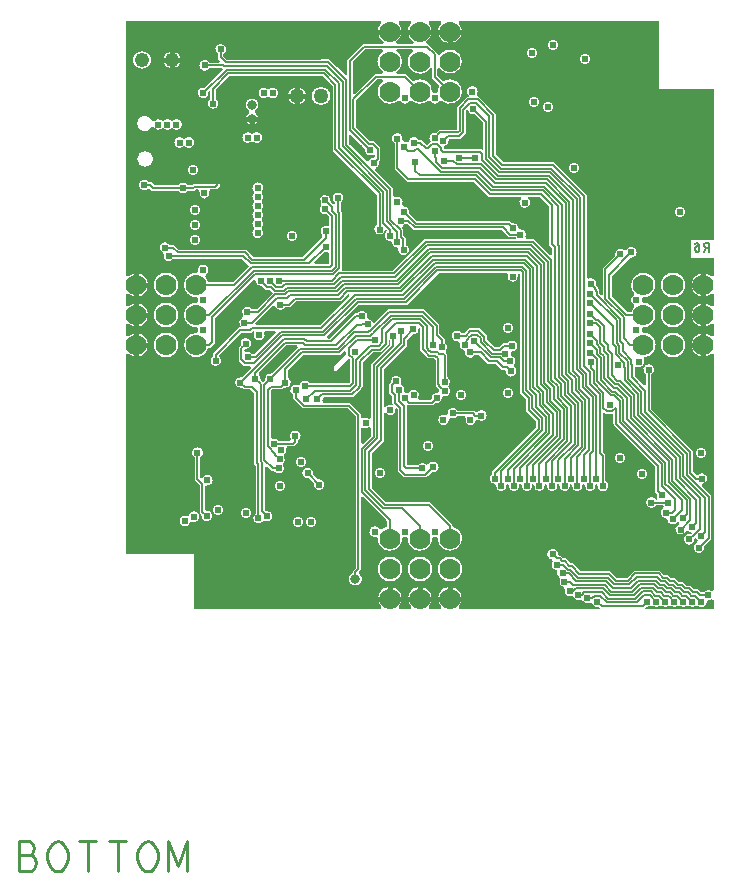
<source format=gbl>
G04 ================== begin FILE IDENTIFICATION RECORD ==================*
G04 Layout Name:  E:/git/clay/Circuit/R6/allegro/CLAYR6.brd*
G04 Film Name:    BOTTOM*
G04 File Format:  Gerber RS274X*
G04 File Origin:  Cadence Allegro 16.6-P004*
G04 Origin Date:  Mon Dec 14 04:52:40 2015*
G04 *
G04 Layer:  ETCH/BOTTOM*
G04 Layer:  PIN/BOTTOM*
G04 Layer:  VIA CLASS/BOTTOM*
G04 *
G04 Offset:    (0.00 0.00)*
G04 Mirror:    No*
G04 Mode:      Positive*
G04 Rotation:  0*
G04 FullContactRelief:  No*
G04 UndefLineWidth:     0.00*
G04 ================== end FILE IDENTIFICATION RECORD ====================*
%FSLAX25Y25*MOIN*%
%IR0*IPPOS*OFA0.00000B0.00000*MIA0B0*SFA1.00000B1.00000*%
%ADD14C,.05*%
%ADD13C,.032*%
%ADD10C,.024*%
%ADD11C,.07*%
%ADD12C,.048*%
%ADD15C,.01*%
%ADD16C,.016*%
%ADD17C,.006*%
%ADD21C,.06004*%
%ADD19C,.05204*%
%ADD23C,.06204*%
%ADD22C,.03604*%
%ADD18C,.08204*%
%ADD20C,.05804*%
G75*
%LPD*%
G75*
G36*
G01X-75398Y-97999D02*
Y-79798D01*
X-97999D01*
Y-13126D01*
G02X-97317Y-12842I400J0D01*
G03Y-7158I2817J2842D01*
G02X-97999Y-6874I-282J284D01*
G01Y-3126D01*
G02X-97317Y-2842I400J0D01*
G03Y2842I2817J2842D01*
G02X-97999Y3126I-282J284D01*
G01Y6874D01*
G02X-97317Y7158I400J0D01*
G03Y12842I2817J2842D01*
G02X-97999Y13126I-282J284D01*
G01Y97999D01*
X-13126D01*
G02X-12842Y97317I0J-400D01*
G03X-12170Y91138I2842J-2817D01*
G02X-12387Y90402I-217J-336D01*
G01X-18873D01*
X-24202Y85073D01*
Y80242D01*
G02X-24884Y79959I-400J0D01*
G01X-30127Y85202D01*
X-32873D01*
X-32973Y85102D01*
X-64327D01*
X-65466Y86240D01*
Y87007D01*
G03X-67269I-901J1560D01*
G01Y85494D01*
X-66559Y84784D01*
G02X-66842Y84102I-283J-282D01*
G01X-70140D01*
G03Y82298I-1560J-902D01*
G01X-65773D01*
X-65463Y81988D01*
X-71720Y75731D01*
X-71825Y75753D01*
G03X-70423Y74351I-363J-1765D01*
G01X-70445Y74456D01*
X-70143Y74758D01*
G02X-69801Y74617I142J-141D01*
G01Y72060D01*
G03X-67998I901J-1560D01*
G01Y75127D01*
X-63512Y79614D01*
X-32388D01*
X-29002Y76227D01*
Y54829D01*
X-14302Y40129D01*
Y30060D01*
G03X-11603Y28362I902J-1560D01*
G01X-11598Y28435D01*
X-11404Y28629D01*
X-11092Y28318D01*
G02X-11107Y27738I-283J-283D01*
G03X-9818Y24600I1207J-1338D01*
G02X-9400Y24218I18J-400D01*
G03X-7572Y22498I1800J82D01*
G02X-7172Y22026I7J-400D01*
G03X-4598Y23314I1772J-326D01*
G01Y25543D01*
X-5498Y26443D01*
Y28773D01*
X-5789Y29063D01*
G02X-5650Y29719I283J283D01*
G03X-4740Y30498I-650J1681D01*
G01X-4271D01*
X-2071Y28298D01*
X27364D01*
X29764Y25898D01*
X31983D01*
G03X32100Y25721I1559J903D01*
G02X31939Y25402I-161J-119D01*
G01X1543D01*
X-9096Y14762D01*
X-25884D01*
G02X-26025Y15104I0J200D01*
G01X-25898Y15231D01*
Y34292D01*
X-26368Y34761D01*
Y37470D01*
G03X-28170I-901J1560D01*
G01Y37201D01*
G02X-28853Y36918I-400J0D01*
G01X-29752Y37817D01*
X-29730Y37922D01*
G03X-32841Y37087I-1765J363D01*
G02X-32853Y36542I-299J-266D01*
G03X-31199Y33520I1291J-1257D01*
G01X-31094Y33542D01*
X-30102Y32550D01*
Y29942D01*
G02X-30650Y29571I-400J0D01*
G03X-32484Y26522I-670J-1673D01*
G02X-32459Y25934I-258J-305D01*
G01X-39091Y19302D01*
X-55429D01*
X-57929Y21802D01*
X-80327D01*
X-81927Y23402D01*
X-83440D01*
G03X-85634Y20813I-1560J-902D01*
G02X-85398Y20305I-141J-374D01*
G03X-82140Y18798I1697J-606D01*
G01X-59173D01*
X-56774Y16399D01*
X-62271Y10902D01*
X-70495D01*
X-70535Y11050D01*
G03X-71479Y12775I-3965J-1049D01*
G02X-71369Y13401I294J271D01*
G03X-73955Y14590I-831J1599D01*
G02X-74358Y14100I-389J-91D01*
G03Y5900I-142J-4100D01*
G02X-73955Y5410I14J-399D01*
G03Y4590I1755J-410D01*
G02X-74358Y4100I-389J-91D01*
G03Y-4100I-142J-4100D01*
G02X-73955Y-4590I14J-399D01*
G03Y-5410I1755J-410D01*
G02X-74358Y-5900I-389J-91D01*
G03X-70535Y-11050I-142J-4100D01*
G01X-70495Y-10902D01*
X-69827D01*
X-68198Y-9273D01*
Y-971D01*
X-55485Y11742D01*
G02X-54802Y11460I283J-283D01*
G03X-52637Y9696I1802J1D01*
G01X-52532Y9718D01*
X-51958Y9144D01*
X-51889D01*
X-51243Y8498D01*
X-49971D01*
X-48874Y7401D01*
X-54373Y1902D01*
X-55940D01*
G03X-58884Y-153I-1560J-901D01*
G02X-59066Y-789I-307J-256D01*
G03X-59789Y-3759I566J-1711D01*
G01X-59733Y-3817D01*
Y-4098D01*
X-60173D01*
X-68902Y-12827D01*
Y-13640D01*
G03X-66793Y-13862I902J-1560D01*
G02X-66808Y-13282I268J297D01*
G01X-59427Y-5902D01*
X-56127D01*
X-55527Y-5302D01*
X-55436D01*
G02X-55085Y-5892I0J-400D01*
G03X-51915I1585J-858D01*
G02X-51564Y-5301I351J191D01*
G01X-48238D01*
G02X-47955Y-5984I0J-400D01*
G01X-55069Y-13098D01*
X-55790D01*
G03X-58044Y-12337I-1560J-902D01*
G02X-58598Y-11968I-154J369D01*
G01Y-11693D01*
G02X-58162Y-11295I400J0D01*
G03X-59765Y-9863I162J1795D01*
G01X-59743Y-9968D01*
X-60402Y-10627D01*
Y-15193D01*
X-58593Y-17002D01*
X-56542D01*
G02X-56259Y-17684I0J-400D01*
G01X-59332Y-20757D01*
X-59437Y-20735D01*
G03Y-24265I-363J-1765D01*
G01X-59332Y-24243D01*
X-58758Y-24816D01*
X-56458D01*
X-55152Y-26122D01*
Y-49698D01*
X-54672Y-50179D01*
Y-66210D01*
G03X-52268Y-68766I902J-1560D01*
G02X-51729Y-68644I333J-221D01*
G03X-51163Y-65335I929J1544D01*
G01X-51268Y-65357D01*
X-51668Y-64957D01*
Y-50752D01*
G02X-50986Y-50469I400J0D01*
G01X-49413Y-52042D01*
X-48600D01*
G03X-45610Y-50044I1560J901D01*
G02X-45557Y-49501I318J243D01*
G03X-45304Y-47074I-1193J1351D01*
G02X-45204Y-46502I321J239D01*
G03X-44512Y-44370I-996J1502D01*
G02X-44137Y-43830I375J140D01*
G01X-41806D01*
X-40598Y-42623D01*
Y-41810D01*
G03X-42906Y-41377I-902J1560D01*
G02X-43218Y-42028I-312J-251D01*
G01X-44928D01*
X-44957Y-41998D01*
X-47008D01*
G03X-49204Y-41250I-1543J-931D01*
G02X-49750Y-40877I-146J373D01*
G01Y-25390D01*
X-49176Y-24816D01*
X-45842D01*
X-45268Y-24243D01*
X-45163Y-24265D01*
G03X-43898Y-20940I363J1765D01*
G01Y-18267D01*
X-38948Y-13316D01*
X-26446D01*
X-25184Y-12055D01*
G02X-24502Y-12338I282J-283D01*
G01Y-13070D01*
X-28699Y-17267D01*
Y-18558D01*
G03X-28016Y-18841I400J0D01*
G01X-23610Y-14435D01*
X-23272Y-14773D01*
Y-22297D01*
X-23673Y-22698D01*
X-36740D01*
G03X-40058Y-23203I-1560J-902D01*
G02X-40621Y-23475I-390J88D01*
G03X-42302Y-26660I-779J-1625D01*
G01Y-27879D01*
X-39079Y-31102D01*
X-24054D01*
X-21402Y-33754D01*
Y-84227D01*
X-22402Y-85227D01*
Y-85991D01*
G03X-20198Y-86224I902J-2009D01*
G02X-20244Y-85619I237J322D01*
G01X-19598Y-84973D01*
Y-60842D01*
G02X-18916Y-60559I400J0D01*
G01X-10902Y-68573D01*
Y-70495D01*
X-11050Y-70535D01*
G03X-12775Y-71479I1049J-3965D01*
G02X-13401Y-71369I-271J294D01*
G03X-14590Y-73955I-1599J-831D01*
G02X-14100Y-74358I91J-389D01*
G03X-5900I4100J-142D01*
G02X-5410Y-73955I399J14D01*
G03X-4590I410J1755D01*
G02X-4100Y-74358I91J-389D01*
G03X4100I4100J-142D01*
G02X4590Y-73955I399J14D01*
G03X5410I410J1755D01*
G02X5900Y-74358I91J-389D01*
G03X11050Y-70535I4100J-142D01*
G01X10902Y-70495D01*
Y-69827D01*
X3375Y-62300D01*
X-11229D01*
X-15998Y-57531D01*
Y-45969D01*
X-11998Y-41969D01*
Y-32870D01*
G02X-11272Y-32640I400J-1D01*
G03X-8067Y-31106I1472J1040D01*
G01X-8099Y-30993D01*
X-7875Y-30768D01*
X-7402Y-31241D01*
Y-52073D01*
X-5373Y-54102D01*
X2243D01*
X2543Y-53802D01*
X2573D01*
X4032Y-52343D01*
X4137Y-52365D01*
G03X2888Y-49794I363J1765D01*
G02X2222Y-49870I-358J179D01*
G03X-728Y-50116I-1390J-1147D01*
G01X-4327D01*
X-4398Y-50044D01*
Y-30059D01*
G02X-4057Y-29918I200J0D01*
G01X-3858Y-30116D01*
X4458D01*
X5132Y-29443D01*
X5237Y-29465D01*
G03X7397Y-27572I363J1765D01*
G02X7888Y-27154I399J28D01*
G03X9564Y-24115I412J1754D01*
G02X9560Y-23548I280J285D01*
G03X9181Y-20720I-1280J1268D01*
G01Y-13007D01*
X8693Y-12518D01*
G02X8683Y-11964I283J282D01*
G03X8262Y-9179I-1322J1224D01*
G01Y-8088D01*
X6532Y-6357D01*
Y-3159D01*
X1471Y1902D01*
X-10570D01*
X-15096Y-2623D01*
G02X-15750Y-2490I-283J283D01*
G03X-17219Y-1371I-1672J-672D01*
G02X-17560Y-870I45J397D01*
G03X-20860Y502I-1740J470D01*
G01X-21673D01*
X-30073Y-7899D01*
X-30658D01*
G02X-30941Y-7216I0J400D01*
G01X-20366Y3360D01*
X-4366D01*
X6273Y13998D01*
X28948D01*
G02X29321Y13453I0J-400D01*
G03X32679I1679J-653D01*
G02X33052Y13998I373J145D01*
G01X33227D01*
X33398Y13827D01*
Y-25937D01*
X35410Y-27949D01*
Y-31939D01*
X38698Y-35227D01*
Y-37627D01*
X24198Y-52127D01*
Y-52940D01*
G03X25033Y-56301I902J-1560D01*
G02X25415Y-56755I-14J-400D01*
G03X28944Y-56546I1785J-245D01*
G02X29154Y-56296I193J51D01*
G03X29233Y-56301I153J1796D01*
G02X29615Y-56755I-14J-400D01*
G03X33144Y-56546I1785J-245D01*
G02X33354Y-56296I193J51D01*
G03X33515Y-56302I148J1796D01*
G02X33915Y-56756I4J-400D01*
G03X37444Y-56546I1785J-244D01*
G02X37654Y-56296I193J51D01*
G03X37733Y-56301I153J1796D01*
G02X38115Y-56755I-14J-400D01*
G03X41644Y-56546I1785J-245D01*
G02X41854Y-56296I193J51D01*
G03X41933Y-56301I153J1796D01*
G02X42315Y-56755I-14J-400D01*
G03X45844Y-56546I1785J-245D01*
G02X46054Y-56296I193J51D01*
G03X46133Y-56301I153J1796D01*
G02X46515Y-56755I-14J-400D01*
G03X50044Y-56546I1785J-245D01*
G02X50254Y-56296I193J51D01*
G03X50333Y-56301I153J1796D01*
G02X50715Y-56755I-14J-400D01*
G03X54252Y-56577I1785J-245D01*
G02X54471Y-56331I194J48D01*
G03X54629Y-56345I238J1786D01*
G02X55010Y-56791I-16J-399D01*
G03X58544Y-56546I1790J-209D01*
G02X58754Y-56296I193J51D01*
G03X58833Y-56301I153J1796D01*
G02X59215Y-56755I-14J-400D01*
G03X61902Y-55440I1785J-245D01*
G01Y-46627D01*
X61002Y-45727D01*
Y-32912D01*
G02X61684Y-32629I400J0D01*
G01X62057Y-33002D01*
X64498D01*
Y-36369D01*
X64598Y-36469D01*
Y-36673D01*
X78484Y-50558D01*
Y-59058D01*
X79057Y-59632D01*
X79035Y-59737D01*
G03X79238Y-60999I1765J-363D01*
G02X78892Y-61598I-347J-199D01*
G01X78764D01*
X78705Y-61509D01*
G03X78760Y-63402I-1505J-991D01*
G01X81040D01*
G03X81281Y-63727I1559J904D01*
G02X81190Y-64345I-293J-273D01*
G03X82098Y-67702I910J-1555D01*
G02X82498Y-68102I0J-400D01*
G03X85758Y-69159I1802J2D01*
G02X86357Y-69105I323J-236D01*
G03X86421Y-69163I1242J1306D01*
G02X86312Y-69835I-262J-302D01*
G03X88710Y-72069I688J-1665D01*
G02X89391Y-71933I379J-127D01*
G03X90398Y-72517I1359J1183D01*
G01X90457Y-72529D01*
X90642Y-72713D01*
X90283Y-73072D01*
X90178Y-73050D01*
G03X91580Y-74452I-363J-1765D01*
G01X91558Y-74347D01*
X91858Y-74046D01*
X92037Y-74225D01*
X92051Y-74275D01*
G03X92602Y-75144I1734J490D01*
G02X92466Y-75825I-263J-302D01*
G03X94800Y-77172I569J-1710D01*
G01X94778Y-77067D01*
X97216Y-74628D01*
Y-60152D01*
X94028Y-56963D01*
G02X94254Y-56284I283J283D01*
G03X92658Y-53298I-254J1784D01*
G02X92077Y-53314I-298J267D01*
G01X91102Y-52339D01*
Y-45345D01*
X77202Y-31445D01*
Y-19760D01*
G03X75398I-902J1560D01*
G01Y-23264D01*
G02X74716Y-23547I-400J0D01*
G01X71602Y-20433D01*
Y-17563D01*
G02X72183Y-17206I400J1D01*
G03X74554Y-14687I817J1606D01*
G02X74863Y-14086I345J203D01*
G03X74358Y-5900I-363J4086D01*
G02X73955Y-5410I-14J399D01*
G03Y-4590I-1755J410D01*
G02X74358Y-4100I389J91D01*
G03Y4100I142J4100D01*
G02X73955Y4590I-14J399D01*
G03Y5410I-1755J410D01*
G02X74358Y5900I389J91D01*
G03X71479Y7225I142J4100D01*
G02X71369Y6599I-294J-271D01*
G03Y3401I831J-1599D01*
G02X71479Y2775I-184J-355D01*
G03X70535Y1050I3021J-2774D01*
G01X70495Y902D01*
X69267D01*
X64002Y6167D01*
Y13127D01*
X70024Y19149D01*
X70129Y19127D01*
G03X68857Y21650I363J1765D01*
G02X68205Y21543I-362J169D01*
G03X65135Y19937I-1305J-1243D01*
G01X65157Y19832D01*
X60998Y15673D01*
Y6740D01*
G02X60316Y6457I-400J0D01*
G01X59866Y6906D01*
Y8178D01*
X59790Y8254D01*
Y8762D01*
X59440Y9113D01*
Y9267D01*
X59316Y9390D01*
Y9458D01*
X58743Y10032D01*
X58765Y10137D01*
G03X56183Y12106I-1765J363D01*
G02X55602Y12463I-181J356D01*
G01Y40073D01*
X44773Y50902D01*
X27903D01*
X25332Y53473D01*
Y67141D01*
X19671Y72802D01*
X19278D01*
G02X18955Y73437I0J400D01*
G03X16305Y73151I-1455J1063D01*
G01X16372Y73091D01*
Y72802D01*
X15829D01*
X12398Y69371D01*
Y61873D01*
X12327Y61802D01*
X6527D01*
X5468Y60743D01*
X5363Y60765D01*
G03X3587Y57882I-363J-1765D01*
G01X3697Y57742D01*
X2527Y56572D01*
X2303D01*
X473Y58402D01*
X-440D01*
G03X-3782Y57771I-1560J-902D01*
G02X-4399Y57498I-395J60D01*
G03X-5384Y57802I-1002J-1498D01*
G02X-5766Y58311I3J400D01*
G03X-8402Y57240I-1734J489D01*
G01Y48627D01*
X-4273Y44498D01*
X18029D01*
X23029Y39498D01*
X33486D01*
G02X33761Y38808I0J-400D01*
G03X36239I1239J-1308D01*
G02X36514Y39498I275J290D01*
G01X40043D01*
X43198Y36343D01*
Y23225D01*
X44198Y22225D01*
Y20126D01*
G02X43516Y19843I-400J0D01*
G01X37957Y25402D01*
X35506D01*
G02X35149Y25983I-1J400D01*
G03X33426Y28598I-1606J817D01*
G02X33000Y28980I-26J399D01*
G03X30837Y30665I-1800J-80D01*
G01X30732Y30643D01*
X30073Y31302D01*
X-827D01*
X-3557Y34032D01*
X-3535Y34137D01*
G03X-5500Y36291I-1765J363D01*
G02X-5899Y36872I-44J397D01*
G03X-8317Y39306I-1601J828D01*
G02X-8898Y39663I-181J356D01*
G01Y42373D01*
X-14812Y48286D01*
G02X-14690Y48935I283J283D01*
G03X-13650Y50948I-725J1650D01*
G01X-13672Y51053D01*
X-13098Y51627D01*
Y55843D01*
X-15257Y58002D01*
X-16529D01*
X-21198Y62671D01*
Y71535D01*
X-14123Y78598D01*
X-12567D01*
G02X-12339Y77870I0J-400D01*
G03X-7225Y71479I2339J-3370D01*
G02X-6599Y71369I271J-294D01*
G03X-3401I1599J831D01*
G02X-2775Y71479I355J-184D01*
G03X2775I2775J3021D01*
G02X3401Y71369I271J-294D01*
G03X6599I1599J831D01*
G02X7225Y71479I355J-184D01*
G03X7939Y78047I2775J3021D01*
G01X7806Y77969D01*
X5902Y79873D01*
Y81933D01*
G02X6630Y82161I400J0D01*
G03Y86839I3370J2339D01*
G02X5902Y87067I-328J228D01*
G01Y87374D01*
X2874Y90402D01*
X2387D01*
G02X2170Y91138I0J400D01*
G03X2842Y97317I-2170J3362D01*
G02X3126Y97999I284J282D01*
G01X6874D01*
G02X7158Y97317I0J-400D01*
G03X12842I2842J-2817D01*
G02X13126Y97999I284J282D01*
G01X79798D01*
Y75398D01*
X97999D01*
Y25002D01*
X90398D01*
Y19066D01*
X97999D01*
Y13126D01*
G02X97317Y12842I-400J0D01*
G03Y7158I-2817J-2842D01*
G02X97999Y6874I282J-284D01*
G01Y3126D01*
G02X97317Y2842I-400J0D01*
G03Y-2842I-2817J-2842D01*
G02X97999Y-3126I282J-284D01*
G01Y-6874D01*
G02X97317Y-7158I-400J0D01*
G03Y-12842I-2817J-2842D01*
G02X97999Y-13126I282J-284D01*
G01Y-91700D01*
G02X97345Y-92009I-400J0D01*
G03X94639Y-92498I-1146J-1391D01*
G01X93873D01*
X92773Y-91398D01*
X91369D01*
X90169Y-90198D01*
X88867D01*
X87667Y-88998D01*
X86365D01*
X85165Y-87798D01*
X83863D01*
X82663Y-86598D01*
X81361D01*
X79961Y-85198D01*
X71433D01*
X68933Y-87698D01*
X65767D01*
X63467Y-85398D01*
X53594D01*
X50957Y-82762D01*
X50229D01*
X48632Y-81164D01*
X47877D01*
X46977Y-80264D01*
X46482D01*
G02X46083Y-79844I0J400D01*
G03X44037Y-81536I-1800J93D01*
G02X44300Y-82175I-55J-396D01*
G03X45520Y-85055I1434J-1091D01*
G02X45857Y-85563I-48J-397D01*
G03X46547Y-87534I1731J-500D01*
G02X46658Y-88067I-231J-326D01*
G03X47998Y-90791I1542J-933D01*
G02X48325Y-91336I-45J-397D01*
G03X50703Y-93659I1675J-664D01*
G02X51230Y-93877I156J-368D01*
G03X53603Y-94859I1670J677D01*
G02X54130Y-95077I156J-368D01*
G03X56847Y-95867I1670J677D01*
G02X57464Y-96085I232J-325D01*
G03X59563Y-97365I1736J485D01*
G01X59668Y-97343D01*
X59983Y-97658D01*
G02X59841Y-97999I-142J-141D01*
G01X13126D01*
G02X12842Y-97317I0J400D01*
G03X7158I-2842J2817D01*
G02X6874Y-97999I-284J-282D01*
G01X3126D01*
G02X2842Y-97317I0J400D01*
G03X-2842I-2842J2817D01*
G02X-3126Y-97999I-284J-282D01*
G01X-6874D01*
G02X-7158Y-97317I0J400D01*
G03X-12842I-2842J2817D01*
G02X-13126Y-97999I-284J-282D01*
G01X-75398D01*
G37*
G36*
G01X-51545Y-21666D02*
X-52302Y-22423D01*
X-53057Y-21668D01*
X-53035Y-21563D01*
G03X-53593Y-19862I-1765J363D01*
G02X-53608Y-19282I268J297D01*
G01X-44427Y-10102D01*
X-40946D01*
G02X-40663Y-10784I0J-400D01*
G01X-49334Y-19455D01*
X-49439Y-19433D01*
G03X-51567Y-21561I-363J-1765D01*
G01X-51545Y-21666D01*
G37*
G36*
G01X-54843Y-2816D02*
X-48888Y3139D01*
G02X-48223Y2973I283J-283D01*
G03X-44940Y2598I1723J527D01*
G01X-43231D01*
X-41231Y4598D01*
X-26343D01*
X-23982Y6960D01*
X-23677D01*
G02X-23394Y6277I0J-400D01*
G01X-33169Y-3498D01*
X-54560D01*
G02X-54843Y-2816I0J400D01*
G37*
G36*
G01X-18916Y-42941D02*
G02X-19598Y-42658I-282J283D01*
G01Y-37890D01*
G02X-18993Y-37547I400J0D01*
G03X-16868Y-37343I924J1547D01*
G02X-16202Y-37642I266J-299D01*
G01Y-40227D01*
X-18916Y-42941D01*
G37*
G36*
G01X-16868Y-34657D02*
G03X-18993Y-34453I-1201J-1343D01*
G02X-19598Y-34110I-205J343D01*
G01Y-33008D01*
X-23308Y-29298D01*
X-32139D01*
G02X-32495Y-28717I0J400D01*
G03X-32305Y-27749I-1606J818D01*
G02X-31907Y-27316I398J33D01*
G01X-22244D01*
X-19498Y-24571D01*
Y-24469D01*
X-19068Y-24039D01*
Y-15811D01*
X-15659Y-12402D01*
X-12859D01*
X-10398Y-9941D01*
Y-8417D01*
G02X-10073Y-8261I200J0D01*
G03X-9842Y-8420I1134J1400D01*
G01Y-9969D01*
X-16202Y-16329D01*
Y-34358D01*
G02X-16868Y-34657I-400J0D01*
G37*
G36*
G01X-35141Y17584D02*
X-31868Y20857D01*
X-31763Y20835D01*
G03X-30665Y20955I363J1765D01*
G02X-30102Y20590I163J-365D01*
G01Y16973D01*
X-30173Y16901D01*
X-34858D01*
G02X-35141Y17584I0J400D01*
G37*
G36*
G01X-22916Y60141D02*
X-18243Y55468D01*
X-18265Y55363D01*
G03X-15519Y53488I1765J-363D01*
G02X-14902Y53153I217J-335D01*
G01Y52784D01*
G02X-15322Y52385I-400J0D01*
G03X-17065Y51310I-93J-1800D01*
G02X-17714Y51188I-366J161D01*
G01X-23598Y57073D01*
Y59858D01*
G02X-22916Y60141I400J0D01*
G37*
G36*
G01X-22398Y73849D02*
Y84327D01*
X-18127Y88598D01*
X-12567D01*
G02X-12339Y87870I0J-400D01*
G03Y81130I2339J-3370D01*
G02X-12567Y80402I-228J-328D01*
G01X-14869D01*
X-21716Y73566D01*
G02X-22398Y73849I-282J283D01*
G37*
G36*
G01X-11998Y-30330D02*
Y-18071D01*
X-4250Y-10322D01*
Y-8224D01*
X-2568Y-6543D01*
X-2463Y-6565D01*
G03X-331Y-4457I363J1765D01*
G01X-351Y-4353D01*
X-135Y-4136D01*
X184Y-4454D01*
Y-10154D01*
X228Y-10199D01*
Y-11838D01*
X698Y-12308D01*
Y-12371D01*
X2729Y-14402D01*
X4827D01*
X5278Y-14853D01*
Y-23523D01*
X5984Y-24228D01*
Y-24358D01*
X6557Y-24932D01*
X6535Y-25037D01*
G03X6503Y-25528I1765J-362D01*
G02X6012Y-25946I-399J-28D01*
G03X3835Y-28063I-412J-1754D01*
G01X3857Y-28168D01*
X3712Y-28314D01*
X-221D01*
G02X-558Y-27698I0J400D01*
G03X-3697Y-25940I-1517J972D01*
G02X-4210Y-26135I-360J174D01*
G03X-4890Y-25998I-689J-1665D01*
G02X-5265Y-25464I2J400D01*
G03X-6074Y-23294I-1698J603D01*
G02X-6237Y-22774I198J348D01*
G03X-9629Y-22362I-1627J775D01*
G01X-9607Y-22467D01*
X-10180Y-23041D01*
Y-25888D01*
X-9102Y-26967D01*
Y-29541D01*
X-8968Y-29675D01*
X-9193Y-29899D01*
X-9306Y-29867D01*
G03X-11272Y-30560I-494J-1733D01*
G02X-11998Y-30330I-326J231D01*
G37*
G36*
G01X4098Y79127D02*
X6531Y76694D01*
X6453Y76561D01*
G03X5900Y74358I3547J-2061D01*
G02X5410Y73955I-399J-14D01*
G03X4590I-410J-1755D01*
G02X4100Y74358I-91J389D01*
G03X-2061Y78047I-4100J142D01*
G01X-2194Y77969D01*
X-4627Y80402D01*
X-7433D01*
G02X-7661Y81130I0J400D01*
G03Y87870I-2339J3370D01*
G02X-7433Y88598I228J328D01*
G01X-2567D01*
G02X-2339Y87870I0J-400D01*
G03X3370Y82161I2339J-3370D01*
G02X4098Y81933I328J-228D01*
G01Y79127D01*
G37*
G36*
G01X-7830Y91138D02*
G03X-7158Y97317I-2170J3362D01*
G02X-6874Y97999I284J282D01*
G01X-3126D01*
G02X-2842Y97317I0J-400D01*
G03X-2170Y91138I2842J-2817D01*
G02X-2387Y90402I-217J-336D01*
G01X-7613D01*
G02X-7830Y91138I0J400D01*
G37*
G36*
G01X13571Y58798D02*
X15402Y60629D01*
Y68127D01*
X15826Y68551D01*
X16012Y68364D01*
X16023Y68301D01*
G03X18163Y66835I1777J299D01*
G01X18268Y66857D01*
X21128Y63997D01*
Y55259D01*
G02X20787Y55118I-200J0D01*
G01X20603Y55302D01*
X8073D01*
X8002Y55373D01*
Y56293D01*
X8171Y56319D01*
G03X9665Y58463I-271J1781D01*
G01X9643Y58568D01*
X9873Y58798D01*
X13571D01*
G37*
G36*
G01X75017Y-97658D02*
X75332Y-97343D01*
X75437Y-97365D01*
G03X77068Y-96880I363J1765D01*
G02X77632I282J-284D01*
G03X80128Y-96919I1268J1280D01*
G02X80672I272J-293D01*
G03X83128I1228J1319D01*
G02X83672I272J-293D01*
G03X86128I1228J1319D01*
G02X86672I272J-293D01*
G03X89128I1228J1319D01*
G02X89672I272J-293D01*
G03X92128I1228J1319D01*
G02X92672I272J-293D01*
G03X95702Y-95600I1228J1319D01*
G02X96120Y-95200I400J0D01*
G03X97345Y-94791I80J1800D01*
G02X97999Y-95100I254J-309D01*
G01Y-97999D01*
X75159D01*
G02X75017Y-97658I0J200D01*
G37*
%LPC*%
G75*
G36*
G01X-50228Y72681D02*
G03X-50772I-272J-293D01*
G02Y75319I-1228J1319D01*
G03X-50228I272J293D01*
G02Y72681I1228J-1319D01*
G37*
G36*
G01X-55571Y57820D02*
G03X-56115I-272J-293D01*
G02Y60458I-1228J1319D01*
G03X-55571I272J293D01*
G02Y57820I1228J-1319D01*
G37*
G36*
G01X-78228Y56181D02*
G03X-78772I-272J-293D01*
G02Y58819I-1228J1319D01*
G03X-78228I272J293D01*
G02Y56181I1228J-1319D01*
G37*
G36*
G01X-69794Y41898D02*
G03X-70159Y41337I1J-400D01*
G02X-73455I-1648J-730D01*
G03X-73820Y41898I-366J161D01*
G01X-74627D01*
X-75127Y41398D01*
X-77440D01*
G02X-80560I-1560J902D01*
G01X-89173D01*
X-89882Y42108D01*
G03X-90462Y42093I-283J-283D01*
G02X-90240Y44202I-1338J1207D01*
G01X-89427D01*
X-88427Y43202D01*
X-80560D01*
G02X-77440I1560J-902D01*
G01X-75873D01*
X-75373Y43702D01*
X-69402D01*
Y47902D01*
X-65598D01*
Y44098D01*
X-66598D01*
Y43027D01*
X-67727Y41898D01*
X-69794D01*
G37*
G36*
G01X-52681Y29172D02*
G03Y28628I293J-272D01*
G02X-55319I-1319J-1228D01*
G03Y29172I-293J272D01*
G02Y31628I1319J1228D01*
G03Y32172I-293J272D01*
G02Y34628I1319J1228D01*
G03Y35172I-293J272D01*
G02Y37628I1319J1228D01*
G03Y38172I-293J272D01*
G02Y40628I1319J1228D01*
G03Y41172I-293J272D01*
G02X-52681I1319J1228D01*
G03Y40628I293J-272D01*
G02Y38172I-1319J-1228D01*
G03Y37628I293J-272D01*
G02Y35172I-1319J-1228D01*
G03Y34628I293J-272D01*
G02Y32172I-1319J-1228D01*
G03Y31628I293J-272D01*
G02Y29172I-1319J-1228D01*
G37*
G36*
G01X31457Y-16716D02*
G03X31512Y-17310I293J-272D01*
G02X28645Y-18609I-1071J-1449D01*
G03X28247Y-18176I-398J33D01*
G01X27401D01*
X25457Y-16232D01*
X22759D01*
X19891Y-13364D01*
X18360D01*
G02X15017Y-12198I-1560J902D01*
G03X14674Y-11743I-395J59D01*
G02X13230Y-9302I235J1787D01*
G03X12781Y-8765I-373J144D01*
G02X14001Y-6094I-340J1770D01*
G01X14864D01*
X16459Y-4498D01*
X19941D01*
X22402Y-6959D01*
Y-8231D01*
X24999Y-10828D01*
X26357D01*
X27687Y-9498D01*
X29140D01*
G02X30681Y-12202I1560J-902D01*
G03X30282Y-12661I-4J-400D01*
G02X30269Y-13272I-1782J-268D01*
G03X30567Y-13737I393J-76D01*
G02X31457Y-16716I-428J-1750D01*
G37*
G36*
G01X-35308Y-56067D02*
X-36917Y-54458D01*
X-37022Y-54480D01*
G02X-35620Y-53078I-363J1765D01*
G01X-35642Y-53183D01*
X-34033Y-54792D01*
X-33928Y-54770D01*
G02X-35330Y-56172I363J-1765D01*
G01X-35308Y-56067D01*
G37*
G36*
G01X-71598Y-64780D02*
G03X-71167Y-65179I400J0D01*
G02X-72790Y-66612I142J-1796D01*
G01X-72768Y-66507D01*
X-73402Y-65873D01*
Y-56743D01*
X-75002Y-55143D01*
Y-47460D01*
G02X-73198I902J1560D01*
G01Y-54397D01*
X-73119Y-54477D01*
G03X-72470Y-54355I283J283D01*
G02X-71130Y-56855I1650J-725D01*
G03X-71598Y-57249I-68J-394D01*
G01Y-64780D01*
G37*
G36*
G01X-75995Y-68803D02*
G03X-76563Y-69078I-177J-359D01*
G02X-77530Y-67083I-1762J378D01*
G03X-76962Y-66808I177J359D01*
G02X-75995Y-68803I1762J-378D01*
G37*
G36*
G01X-54889Y67343D02*
G02X-56911I-1011J-1843D01*
G03X-56919Y68048I-193J350D01*
G02X-54881I1019J1952D01*
G03X-54889Y67343I185J-355D01*
G37*
G36*
G01X-89384Y62619D02*
G02X-89248Y64675I-2316J1186D01*
G03X-88549Y64571I377J134D01*
G02X-85872Y64819I1449J-1071D01*
G03X-85328I272J293D01*
G02X-82872I1228J-1319D01*
G03X-82328I272J293D01*
G02Y62181I1228J-1319D01*
G03X-82872I-272J-293D01*
G02X-85328I-1228J1319D01*
G03X-85872I-272J-293D01*
G02X-88678Y62630I-1228J1319D01*
G03X-89384Y62619I-350J-193D01*
G37*
G36*
G01X9693Y-34823D02*
G02X8653Y-33363I-1793J-177D01*
G03X9219Y-32961I168J363D01*
G02X12572Y-31882I1793J177D01*
G01X18157D01*
X18582Y-32308D01*
G03X19162Y-32293I283J283D01*
G02X19349Y-34886I1338J-1207D01*
G03X18695Y-35159I-255J-308D01*
G02X15261Y-34252I-1795J159D01*
G03X14897Y-33686I-364J166D01*
G01X12572D01*
G02X10259Y-34421I-1560J902D01*
G03X9693Y-34823I-168J-363D01*
G37*
G54D21*
X-92600Y84900D03*
X-40837Y73164D03*
G54D19*
X-91700Y51994D03*
G54D23*
X-32963Y73164D03*
G54D22*
X-67100Y-65000D03*
X-75000Y30000D03*
Y25000D03*
Y35000D03*
X-75600Y48400D03*
X-57917Y-65860D03*
X-36100Y-69100D03*
X-40600Y-69000D03*
X-39600Y-48950D03*
X-46750Y-57050D03*
X-42600Y26375D03*
X-13400Y-52800D03*
X2900Y-43800D03*
X13800Y-26800D03*
X29465Y-26000D03*
X29500Y-4216D03*
X38200Y71000D03*
X42700Y69300D03*
X37500Y87500D03*
X44500Y90100D03*
X51300Y49100D03*
X55200Y85200D03*
X66744Y-47625D03*
X74191Y-53000D03*
X93900Y-45900D03*
X86700Y34500D03*
G54D18*
X-84500Y-10000D03*
Y0D03*
Y10000D03*
X0Y-84500D03*
X-10000D03*
X10000D03*
X84500Y-10000D03*
Y0D03*
Y10000D03*
G54D20*
X-82600Y84900D03*
%LPD*%
G75*
G36*
G01X-69700Y48200D02*
Y44700D01*
Y44000D01*
X-69402Y43702D01*
X-65498D01*
X-65100Y44100D01*
Y44700D01*
Y48200D01*
X-69700D01*
G37*
G36*
G01X-68800Y47300D02*
Y44700D01*
X-66200D01*
Y47300D01*
X-68800D01*
G37*
G54D10*
X-96500Y-76300D03*
X-90500Y-78500D03*
X-87500D03*
X-84500D03*
X-96500Y-73300D03*
X-93500D03*
X-96500Y-70300D03*
Y-67300D03*
Y-64300D03*
Y-61300D03*
X-90500Y-73300D03*
X-87500D03*
X-84500D03*
X-85100Y-53200D03*
X-89000Y-46000D03*
X-96500Y-58300D03*
Y-55300D03*
Y-52300D03*
Y-49300D03*
Y-46300D03*
Y-43300D03*
Y-40300D03*
Y-37300D03*
Y-34300D03*
Y-31300D03*
Y-28300D03*
X-93500D03*
X-90500D03*
X-87500D03*
X-84500D03*
X-94400Y18100D03*
X-85000Y22500D03*
X-83700Y19700D03*
X-94500Y39500D03*
X-91800Y43300D03*
X-84100Y63500D03*
X-87100D03*
X-94600Y58100D03*
X-74000Y-96000D03*
Y-93000D03*
Y-81000D03*
Y-84000D03*
Y-87000D03*
Y-90000D03*
X-75500Y-78500D03*
X-72500D03*
X-69500D03*
X-81500D03*
X-78500D03*
X-71025Y-66975D03*
X-78325Y-68700D03*
X-67100Y-65000D03*
X-75200Y-67186D03*
X-77176Y-60000D03*
X-81500Y-73300D03*
X-78500D03*
X-74100Y-45900D03*
X-70820Y-55080D03*
X-83000Y-32000D03*
X-81500Y-28300D03*
X-78500D03*
X-75500D03*
X-68700Y-31300D03*
Y-34300D03*
Y-28300D03*
X-68000Y-15200D03*
X-72200Y-5000D03*
Y5000D03*
X-79700Y5100D03*
X-79800Y-5000D03*
X-72200Y15000D03*
X-75000Y30000D03*
Y25000D03*
Y35000D03*
X-77200Y38500D03*
X-67500Y52000D03*
Y46000D03*
X-79000Y42300D03*
X-71807Y40607D03*
X-73100Y55800D03*
X-75600Y48400D03*
X-81100Y63500D03*
X-68100Y67500D03*
X-80000Y57500D03*
X-77000D03*
X-68900Y70500D03*
X-71700Y83200D03*
X-80900Y77300D03*
X-71700Y78400D03*
X-72188Y73988D03*
X-67200Y94700D03*
X-57100Y-94300D03*
X-66500Y-78500D03*
X-63500D03*
X-60500D03*
X-57500D03*
X-54500D03*
X-51500D03*
X-50800Y-67100D03*
X-53770Y-67770D03*
X-57917Y-65860D03*
X-57800Y-69400D03*
X-58700Y-54100D03*
X-65700Y-32300D03*
X-62700D03*
X-59700D03*
X-56700D03*
X-54800Y-21200D03*
X-59800Y-22500D03*
X-57350Y-14000D03*
X-63200Y-23700D03*
X-57500Y1000D03*
X-58500Y-2500D03*
X-58000Y-9500D03*
X-53500Y-6750D03*
X-53000Y11461D03*
X-58400Y7100D03*
X-54000Y39400D03*
Y36400D03*
Y33400D03*
Y30400D03*
Y27400D03*
X-64500Y52000D03*
Y46000D03*
X-66000Y49000D03*
X-54000Y42400D03*
X-65300Y64300D03*
X-54343Y59139D03*
X-57343D03*
X-66367Y88567D03*
X-52000Y74000D03*
X-62700Y89200D03*
X-39900Y-94300D03*
X-48500Y-78500D03*
X-45500D03*
X-42500D03*
X-39500D03*
X-36500D03*
X-36100Y-69100D03*
X-40600Y-69000D03*
X-49200Y-63500D03*
X-34400Y-59600D03*
X-43700Y-69000D03*
X-46750Y-48150D03*
X-47040Y-51140D03*
X-46200Y-45000D03*
X-39600Y-48950D03*
X-46750Y-57050D03*
X-36600Y-49600D03*
X-41200Y-54800D03*
X-37385Y-52715D03*
X-48551Y-42929D03*
X-34101Y-27899D03*
X-37836Y-28100D03*
X-45551Y-32300D03*
X-42551D03*
X-39551D03*
X-36551D03*
X-48551D03*
X-41500Y-40250D03*
X-44800Y-22500D03*
X-49802Y-21198D03*
X-38300Y-23600D03*
X-40800Y-17700D03*
X-34600Y-21100D03*
X-43400Y-11600D03*
X-41400Y-25100D03*
X-46500Y3500D03*
X-46700Y400D03*
X-47000Y11500D03*
X-50000D03*
X-42600Y26375D03*
X-44400Y42700D03*
X-40400Y65000D03*
X-49000Y74000D03*
X-41600Y91500D03*
X-33500Y-78500D03*
X-30500D03*
X-27500D03*
X-24500D03*
X-23000Y-60500D03*
Y-63500D03*
Y-66500D03*
X-24500Y-69500D03*
Y-72500D03*
Y-75500D03*
X-32400Y-49400D03*
X-23000Y-45500D03*
Y-48500D03*
Y-51500D03*
Y-54500D03*
Y-57500D03*
X-33565Y-56535D03*
X-18069Y-36000D03*
X-18700Y-31300D03*
X-18200Y-39600D03*
X-33551Y-32300D03*
X-30551D03*
X-27551D03*
X-24551D03*
X-24500Y-36500D03*
Y-39500D03*
X-23000Y-42500D03*
X-21500Y-12300D03*
X-33800Y-14600D03*
X-17422Y-3162D03*
X-19300Y-400D03*
X-31400Y18500D03*
Y22600D03*
X-31495Y38285D03*
X-27269Y39030D03*
X-31562Y35285D03*
X-20000Y39300D03*
X-24300Y37100D03*
X-19900Y26500D03*
X-31320Y27898D03*
X-20300Y55700D03*
X-30700Y50600D03*
X-20900Y80300D03*
X-27100Y92000D03*
X-5000Y-80100D03*
X-17300Y-78800D03*
X-5000Y-72200D03*
X-15000D03*
X-17300Y-66200D03*
X-13400Y-52800D03*
X-12900Y-56800D03*
X-10400Y-52800D03*
X-4900Y-27800D03*
X-2075Y-26725D03*
X-9800Y-31600D03*
X-3100Y-33000D03*
X-7864Y-21999D03*
X-6963Y-24861D03*
X-14874Y-8200D03*
X-6351Y-5242D03*
X-2100Y-4800D03*
X-8940Y-6860D03*
X-14400Y1400D03*
X-5400Y21700D03*
X-14500Y19500D03*
X-7600Y24300D03*
X-6300Y31400D03*
X-5300Y34500D03*
X-7500Y37700D03*
X-15500Y38787D03*
X-4700Y38900D03*
X-13400Y28500D03*
X-9900Y26400D03*
X-5400Y56000D03*
X-1500Y51000D03*
X-15415Y50585D03*
X-16500Y55000D03*
X-2000Y57500D03*
X-7500Y58800D03*
X-5000Y72200D03*
X-14900Y82100D03*
X-15500Y87000D03*
X-4900Y82000D03*
X14300Y-78400D03*
X4700Y-80100D03*
X5000Y-72200D03*
X4500Y-50600D03*
X832Y-51017D03*
X2900Y-43800D03*
X11012Y-32784D03*
X5600Y-27700D03*
X13800Y-26800D03*
X7900Y-35000D03*
X10300Y-28000D03*
X2900Y-40800D03*
X1000Y-26800D03*
X8300Y-25400D03*
X14909Y-9956D03*
X8280Y-22280D03*
X4430Y-10097D03*
X7361Y-10739D03*
X15000Y5000D03*
X12441Y-6995D03*
X8300Y26900D03*
Y34800D03*
X13200Y52300D03*
X8000Y51500D03*
X5000Y54800D03*
Y59000D03*
X7900Y58100D03*
X5000Y72200D03*
X2600Y79400D03*
X13700D03*
X29300Y-90400D03*
X26300D03*
Y-87400D03*
X23300Y-84400D03*
X20300D03*
Y-81400D03*
X17300Y-78400D03*
X29300Y-54500D03*
X25100D03*
X27200Y-57000D03*
X31400D03*
X21600Y-51000D03*
X20500Y-33500D03*
X16900Y-35000D03*
X32100Y-34700D03*
X29400Y-42600D03*
X22200Y-28475D03*
X17000Y-26800D03*
X28500Y-12930D03*
X29465Y-26000D03*
X27100Y-19300D03*
X22200Y-19825D03*
X29565Y-22600D03*
X30700Y-10400D03*
X30139Y-15487D03*
X16800Y-12462D03*
X30441Y-18759D03*
X29500Y-4216D03*
X31500Y-575D03*
Y4425D03*
X18200Y-8700D03*
X31000Y12800D03*
X31200Y28900D03*
X18400Y52300D03*
X29000Y52100D03*
X27200Y54600D03*
X17800Y68600D03*
X16600Y59014D03*
X27200Y69600D03*
Y57600D03*
Y60600D03*
Y63600D03*
Y66600D03*
Y72600D03*
X17500Y74500D03*
X27200Y75500D03*
Y84800D03*
Y87800D03*
Y90800D03*
Y93800D03*
X30200Y96800D03*
X27200D03*
X35300Y-96400D03*
X32300D03*
Y-93400D03*
X48200Y-89000D03*
X47588Y-86063D03*
X44283Y-79751D03*
X45734Y-83266D03*
X48300Y-57000D03*
X35700D03*
X42000Y-54500D03*
X33500D03*
X44100Y-57000D03*
X39900D03*
X46200Y-54500D03*
X37800D03*
X33543Y26800D03*
X35000Y37500D03*
X42000Y33900D03*
X35000Y34500D03*
X48300Y52100D03*
X45300D03*
X42300D03*
X39300D03*
X36300D03*
X33300D03*
X38200Y71000D03*
X42700Y69300D03*
X42400Y60800D03*
X34500Y63600D03*
X37500Y87500D03*
X39100Y73900D03*
X44500Y90100D03*
X33200Y96800D03*
X36200D03*
X39200D03*
X42200D03*
X45200D03*
X48200D03*
X55800Y-94400D03*
X59200Y-95600D03*
X52900Y-93200D03*
X50000Y-92000D03*
X61000Y-62900D03*
Y-57000D03*
X52500D03*
X54700Y-54544D03*
X56800Y-57000D03*
X58900Y-54500D03*
X50400D03*
X63300Y-30000D03*
X56900Y-12700D03*
X57012Y-15698D03*
X56900Y-6400D03*
X56800Y3900D03*
X56900Y-2800D03*
Y-9400D03*
X56865Y235D03*
X57000Y10500D03*
X56865Y7019D03*
X61900Y18700D03*
X58400Y18100D03*
X51300Y49100D03*
X61500Y56400D03*
X63300Y52100D03*
X60300D03*
X57300D03*
X54300D03*
X51300D03*
X49600Y62100D03*
X62000Y59400D03*
X55200Y85200D03*
X62000Y87800D03*
X51200Y96800D03*
X54200D03*
X57200D03*
X60200D03*
X63200D03*
X78900Y-95600D03*
X75800D03*
X72100Y-76500D03*
X77200Y-62500D03*
X80800Y-60100D03*
X66744Y-47625D03*
X74191Y-53000D03*
X71197Y-52803D03*
X66777Y-53025D03*
X77184Y-52792D03*
X76300Y-18200D03*
X73000Y-15600D03*
X66012Y-16825D03*
X72200Y-5000D03*
Y5000D03*
X79100Y-5000D03*
Y5300D03*
X66900Y20300D03*
X70492Y20892D03*
X71600Y17700D03*
X75600Y29700D03*
X75100Y43200D03*
X76600Y54800D03*
X81300Y52100D03*
X78300D03*
X75300D03*
X72300D03*
X69300D03*
X66300D03*
X72600Y62200D03*
X78200Y57800D03*
Y60800D03*
Y63800D03*
Y66800D03*
Y72800D03*
X81200D03*
X78200Y69800D03*
X69200Y71200D03*
X78200Y87800D03*
Y84800D03*
Y81800D03*
Y78800D03*
Y75800D03*
X69200Y75200D03*
X72000Y87300D03*
Y93300D03*
Y90300D03*
X66200Y96800D03*
X69200D03*
X72200D03*
X75200D03*
X78200D03*
Y90800D03*
X87900Y-95600D03*
X90900D03*
X96199Y-93400D03*
X84900Y-95600D03*
X93900D03*
X81900D03*
X96700Y-96700D03*
X93035Y-77535D03*
X94400Y-83500D03*
X82600Y-62500D03*
X87600Y-67800D03*
X89815Y-74815D03*
X87000Y-71500D03*
X84300Y-68100D03*
X90750Y-70750D03*
X82100Y-65900D03*
X93785Y-73785D03*
X94000Y-54500D03*
X93900Y-45900D03*
X95500Y-50300D03*
X82500Y-35000D03*
Y-25000D03*
X86700Y34500D03*
X96300Y52100D03*
X93300D03*
X90300D03*
X87300D03*
X84300D03*
X93700Y62600D03*
X84200Y72800D03*
X87200D03*
X90200D03*
X93200D03*
X96200D03*
G54D11*
X-94500Y-10000D03*
X-84500D03*
X-94500Y0D03*
X-84500D03*
X-94500Y10000D03*
X-84500D03*
X-74500Y-10000D03*
Y0D03*
Y10000D03*
X0Y-94500D03*
X-10000D03*
X0Y-84500D03*
X-10000D03*
X0Y-74500D03*
X-10000D03*
Y74500D03*
X0D03*
X-10000Y84500D03*
X0D03*
X-10000Y94500D03*
X0D03*
X10000Y-94500D03*
Y-84500D03*
Y-74500D03*
Y74500D03*
Y84500D03*
Y94500D03*
X74500Y-10000D03*
Y0D03*
Y10000D03*
X94500Y-10000D03*
X84500D03*
X94500Y0D03*
X84500D03*
X94500Y10000D03*
X84500D03*
G54D12*
X-82600Y84900D03*
X-92600D03*
G54D13*
X-55900Y65500D03*
Y70000D03*
X-21500Y-88000D03*
G54D14*
X-32963Y73164D03*
X-40837D03*
G54D15*
G01X-129750Y-180067D02*
X-129250Y-179567D01*
X-128875Y-178734D01*
X-128625Y-177567D01*
X-128875Y-176567D01*
X-129375Y-175900D01*
X-130250Y-175400D01*
X-133625D01*
Y-185400D01*
X-129500D01*
X-128625Y-184733D01*
X-128125Y-183733D01*
X-127875Y-182567D01*
X-128125Y-181400D01*
X-128875Y-180400D01*
X-129750Y-180067D01*
X-133625D01*
G01X-120750Y-185400D02*
X-121750Y-185233D01*
X-122625Y-184567D01*
X-123375Y-183567D01*
X-123875Y-182400D01*
X-124125Y-181067D01*
Y-179733D01*
X-123875Y-178400D01*
X-123375Y-177233D01*
X-122625Y-176233D01*
X-121750Y-175567D01*
X-120750Y-175400D01*
X-119750Y-175567D01*
X-118875Y-176233D01*
X-118125Y-177233D01*
X-117625Y-178400D01*
X-117375Y-179733D01*
Y-181067D01*
X-117625Y-182400D01*
X-118125Y-183567D01*
X-118875Y-184567D01*
X-119750Y-185233D01*
X-120750Y-185400D01*
G01X-110750Y-175400D02*
Y-185400D01*
G01X-113625Y-175400D02*
X-107875D01*
G01X-100750D02*
Y-185400D01*
G01X-103625Y-175400D02*
X-97875D01*
G01X-90750Y-185400D02*
X-91750Y-185233D01*
X-92625Y-184567D01*
X-93375Y-183567D01*
X-93875Y-182400D01*
X-94125Y-181067D01*
Y-179733D01*
X-93875Y-178400D01*
X-93375Y-177233D01*
X-92625Y-176233D01*
X-91750Y-175567D01*
X-90750Y-175400D01*
X-89750Y-175567D01*
X-88875Y-176233D01*
X-88125Y-177233D01*
X-87625Y-178400D01*
X-87375Y-179733D01*
Y-181067D01*
X-87625Y-182400D01*
X-88125Y-183567D01*
X-88875Y-184567D01*
X-89750Y-185233D01*
X-90750Y-185400D01*
G01X-84000D02*
Y-175400D01*
X-80750Y-183733D01*
X-77500Y-175400D01*
Y-185400D01*
G54D16*
G01X-94500Y-14202D02*
Y-10000D01*
G01Y5798D02*
Y10000D01*
G01Y-4202D02*
Y0D01*
G01D02*
Y4202D01*
G01Y0D02*
X-90298D01*
G01X-94500Y-10000D02*
Y-5798D01*
G01Y-10000D02*
X-90298D01*
G01X-94500Y10000D02*
Y14202D01*
G01Y10000D02*
X-90298D01*
G01X-85702Y84900D02*
X-82600D01*
G01Y81798D02*
Y84900D01*
G01D02*
Y88002D01*
G01Y84900D02*
X-79498D01*
G01X-55900Y63198D02*
Y65500D01*
G01X-58202D02*
X-55900D01*
G01D02*
X-53598D01*
G01X-40837Y69962D02*
Y73164D01*
G01D02*
Y76366D01*
G01X-44039Y73164D02*
X-40837D01*
G01D02*
X-37635D01*
G01X-10000Y-94500D02*
Y-90298D01*
G01X-14202Y-94500D02*
X-10000D01*
G01D02*
X-5798D01*
G01X-4202D02*
X0D01*
G01X-4202Y94500D02*
X0D01*
G01X-14202D02*
X-10000D01*
G01D02*
X-5798D01*
G01X10000Y-94500D02*
Y-90298D01*
G01X5798Y-94500D02*
X10000D01*
G01D02*
X14202D01*
G01X0D02*
Y-90298D01*
G01Y-94500D02*
X4202D01*
G01X10000Y90298D02*
Y94500D01*
G01X5798D02*
X10000D01*
G01D02*
X14202D01*
G01X0D02*
X4202D01*
G01X94500Y-14202D02*
Y-10000D01*
G01Y5798D02*
Y10000D01*
G01Y-4202D02*
Y0D01*
G01D02*
Y4202D01*
G01X90298Y0D02*
X94500D01*
G01Y-10000D02*
Y-5798D01*
G01X90298Y-10000D02*
X94500D01*
G01Y10000D02*
Y14202D01*
G01X90298Y10000D02*
X94500D01*
G54D17*
G01X-91800Y43300D02*
X-89800D01*
X-88800Y42300D01*
X-79000D01*
G01X-74100Y-45900D02*
Y-54770D01*
X-72500Y-56370D01*
Y-65500D01*
X-71025Y-66975D01*
G01X-74500Y0D02*
X-70200D01*
X-55400Y14800D01*
X-29302D01*
X-28000Y16102D01*
Y33421D01*
X-29100Y34521D01*
Y35890D01*
X-31495Y38285D01*
G01X-74500Y-10000D02*
X-70200D01*
X-69100Y-8900D01*
Y-598D01*
X-54902Y13600D01*
X-29800D01*
X-29799Y13599D01*
X-28805D01*
X-26800Y15604D01*
Y33919D01*
X-27269Y34388D01*
Y39030D01*
G01X-74500Y10000D02*
X-61898D01*
X-55898Y16000D01*
X-29800D01*
X-29200Y16600D01*
Y32923D01*
X-31562Y35285D01*
G01X-85000Y22500D02*
X-82300D01*
X-80700Y20900D01*
X-58302D01*
X-55802Y18400D01*
X-38718D01*
X-31320Y25798D01*
Y27898D01*
G01X-83700Y19700D02*
X-58800D01*
X-56300Y17200D01*
X-36800D01*
X-31400Y22600D01*
G01X-67500Y46000D02*
Y43400D01*
X-68100Y42800D01*
X-75000D01*
X-75500Y42300D01*
X-79000D01*
G01X-13400Y28500D02*
Y40502D01*
X-28100Y55202D01*
Y76600D01*
X-32015Y80515D01*
X-63885D01*
X-68900Y75500D01*
Y70500D01*
G01X-7600Y24300D02*
Y27800D01*
X-11000Y31200D01*
Y41500D01*
X-25700Y56200D01*
Y77800D01*
X-31000Y83100D01*
X-32000D01*
X-32100Y83000D01*
X-65200D01*
X-65400Y83200D01*
X-71700D01*
G01X-72188Y73988D02*
X-64376Y81800D01*
X-31500D01*
X-26900Y77200D01*
Y55700D01*
X-12200Y41000D01*
Y30700D01*
X-9900Y28400D01*
Y26400D01*
G01X-54800Y-21200D02*
X-53051Y-22949D01*
Y-48827D01*
X-52570Y-49308D01*
Y-65330D01*
X-50800Y-67100D01*
G01X-59800Y-22500D02*
X-58385Y-23915D01*
X-56085D01*
X-54251Y-25749D01*
Y-49325D01*
X-53770Y-49806D01*
Y-67770D01*
G01X-17422Y-3162D02*
X-19422D01*
X-19476Y-3216D01*
X-21016D01*
X-27815Y-10015D01*
X-38185D01*
X-39000Y-9200D01*
X-44800D01*
X-54800Y-19200D01*
Y-21200D01*
G01X-19300Y-400D02*
X-21300D01*
X-29700Y-8800D01*
X-37700D01*
X-38500Y-8000D01*
X-45300D01*
X-59800Y-22500D01*
G01X-68000Y-15200D02*
Y-13200D01*
X-59800Y-5000D01*
X-56500D01*
X-55900Y-4400D01*
X-32796D01*
X-21735Y6661D01*
X-5735D01*
X4904Y17300D01*
X34596D01*
X36700Y15196D01*
Y-24568D01*
X38712Y-26580D01*
Y-30570D01*
X42000Y-33858D01*
Y-38996D01*
X29300Y-51696D01*
Y-54500D01*
G01X-58000Y-9500D02*
X-59500Y-11000D01*
Y-14820D01*
X-58220Y-16100D01*
X-55098D01*
X-45798Y-6800D01*
X-31800D01*
X-20739Y4261D01*
X-4739D01*
X5900Y14900D01*
X33600D01*
X34300Y14200D01*
Y-25564D01*
X36312Y-27576D01*
Y-31566D01*
X39600Y-34854D01*
Y-38000D01*
X25100Y-52500D01*
Y-54500D01*
G01X-57350Y-14000D02*
X-54696D01*
X-46296Y-5600D01*
X-32298D01*
X-21237Y5461D01*
X-5237D01*
X5402Y16100D01*
X34098D01*
X35500Y14698D01*
Y-25066D01*
X37512Y-27078D01*
Y-31068D01*
X40800Y-34356D01*
Y-38498D01*
X27200Y-52098D01*
Y-57000D01*
G01X-57500Y1000D02*
X-54000D01*
X-48104Y6896D01*
X-44835D01*
X-43831Y7900D01*
X-27712D01*
X-25351Y10261D01*
X-7229D01*
X3410Y20900D01*
X36090D01*
X40300Y16690D01*
Y-23074D01*
X42312Y-25086D01*
Y-29076D01*
X45600Y-32364D01*
Y-40490D01*
X35700Y-50390D01*
Y-57000D01*
G01X-58500Y-2500D02*
X-55802D01*
X-47606Y5696D01*
X-44337D01*
X-43333Y6700D01*
X-27214D01*
X-24853Y9061D01*
X-6731D01*
X3908Y19700D01*
X35592D01*
X39100Y16192D01*
Y-23572D01*
X41112Y-25584D01*
Y-29574D01*
X44400Y-32862D01*
Y-39992D01*
X33500Y-50892D01*
Y-54500D01*
G01X37800D02*
Y-49988D01*
X46800Y-40988D01*
Y-31866D01*
X43512Y-28578D01*
Y-24588D01*
X41500Y-22576D01*
Y17188D01*
X36588Y22100D01*
X2912D01*
X-7727Y11461D01*
X-25849D01*
X-28210Y9100D01*
X-44329D01*
X-45333Y8096D01*
X-48294D01*
X-49598Y9400D01*
X-50870D01*
X-51516Y10046D01*
X-51585D01*
X-53000Y11461D01*
G01X-5400Y21700D02*
X-5500Y21800D01*
Y25170D01*
X-6400Y26070D01*
Y28400D01*
X-9800Y31800D01*
Y42000D01*
X-24500Y56700D01*
Y78300D01*
X-30500Y84300D01*
X-32500D01*
X-32600Y84200D01*
X-64700D01*
X-66367Y85867D01*
Y88567D01*
G01X-44800Y-22500D02*
X-46215Y-23915D01*
X-49549D01*
X-50651Y-25017D01*
Y-43799D01*
X-48165Y-46285D01*
Y-46735D01*
X-46750Y-48150D01*
G01X-49802Y-21198D02*
X-51851Y-23247D01*
Y-48329D01*
X-49040Y-51140D01*
X-47040D01*
G01X-33565Y-56535D02*
X-37385Y-52715D01*
G01X-37836Y-28100D02*
X-34950Y-25214D01*
X-23114D01*
X-21600Y-23700D01*
Y-23598D01*
X-21170Y-23168D01*
Y-14940D01*
X-16530Y-10300D01*
X-13730D01*
X-12500Y-9070D01*
Y-4698D01*
X-9202Y-1400D01*
X102D01*
X2285Y-3583D01*
Y-9283D01*
X2330Y-9328D01*
Y-10967D01*
X2800Y-11437D01*
Y-11500D01*
X3600Y-12300D01*
X5952D01*
X6491Y-12839D01*
X7739D01*
X8280Y-13380D01*
Y-22280D01*
G01X-41500Y-40250D02*
Y-42250D01*
X-42179Y-42929D01*
X-45301D01*
X-45330Y-42900D01*
X-46522D01*
X-46551Y-42929D01*
X-48551D01*
G01X-21500Y-88000D02*
Y-85600D01*
X-20500Y-84600D01*
Y-33381D01*
X-23681Y-30200D01*
X-38706D01*
X-41400Y-27506D01*
Y-25100D01*
G01X4430Y-10097D02*
Y-4030D01*
X600Y-200D01*
X-7004D01*
X-7005Y-199D01*
X-8995D01*
X-8996Y-200D01*
X-9700D01*
X-15600Y-6100D01*
X-15744D01*
X-16644Y-7000D01*
X-21404D01*
X-26819Y-12415D01*
X-39321D01*
X-44800Y-17894D01*
Y-22500D01*
G01X7361Y-10739D02*
Y-8461D01*
X5630Y-6730D01*
Y-3532D01*
X1098Y1000D01*
X-2100D01*
X-2101Y1001D01*
X-10197D01*
X-16098Y-4900D01*
X-16242D01*
X-17142Y-5800D01*
X-21902D01*
X-27317Y-11215D01*
X-39819D01*
X-49802Y-21198D01*
G01X-14874Y-8200D02*
X-20906D01*
X-23600Y-10894D01*
Y-13170D01*
X-22370Y-14400D01*
Y-22670D01*
X-23300Y-23600D01*
X-38300D01*
G01X-46500Y3500D02*
X-43604D01*
X-41604Y5500D01*
X-26716D01*
X-24355Y7861D01*
X-6233D01*
X4406Y18500D01*
X35094D01*
X37900Y15694D01*
Y-24070D01*
X39912Y-26082D01*
Y-30072D01*
X43200Y-33360D01*
Y-39494D01*
X31400Y-51294D01*
Y-57000D01*
G01X-47000Y11500D02*
X-29206D01*
X-26845Y13861D01*
X-8723D01*
X1916Y24500D01*
X37584D01*
X43900Y18184D01*
Y-21580D01*
X45912Y-23592D01*
Y-27582D01*
X49200Y-30870D01*
Y-41984D01*
X42000Y-49184D01*
Y-54500D01*
G01X39900Y-57000D02*
Y-49586D01*
X48000Y-41486D01*
Y-31368D01*
X44712Y-28080D01*
Y-24090D01*
X42700Y-22078D01*
Y17686D01*
X37086Y23300D01*
X2414D01*
X-8225Y12661D01*
X-26347D01*
X-28708Y10300D01*
X-44827D01*
X-45831Y9296D01*
X-47796D01*
X-50000Y11500D01*
G01X-10000Y-74500D02*
Y-68200D01*
X-19300Y-58900D01*
Y-44600D01*
X-15300Y-40600D01*
Y-16702D01*
X-8940Y-10342D01*
Y-6860D01*
G01X-34101Y-27899D02*
X-32616Y-26414D01*
X-23612D01*
X-23611Y-26415D01*
X-22617D01*
X-20400Y-24198D01*
Y-24096D01*
X-19970Y-23666D01*
Y-15438D01*
X-16032Y-11500D01*
X-13232D01*
X-11300Y-9568D01*
Y-5900D01*
X-8000Y-2600D01*
X-396D01*
X1085Y-4081D01*
Y-9781D01*
X1130Y-9826D01*
Y-11465D01*
X1600Y-11935D01*
Y-11998D01*
X3102Y-13500D01*
X5200D01*
X6180Y-14480D01*
Y-23150D01*
X6885Y-23855D01*
Y-23985D01*
X8300Y-25400D01*
G01X0Y74500D02*
X-5000Y79500D01*
X-14496D01*
X-22100Y71909D01*
Y62298D01*
X-16902Y57100D01*
X-15630D01*
X-14000Y55470D01*
Y52000D01*
X-15415Y50585D01*
G01X10000Y74500D02*
X5000Y79500D01*
Y87001D01*
X2501Y89500D01*
X-18500D01*
X-23300Y84700D01*
Y61800D01*
X-16500Y55000D01*
G01X0Y-74500D02*
Y-70200D01*
X-5798Y-64402D01*
X-12100D01*
X-18100Y-58402D01*
Y-45098D01*
X-14100Y-41098D01*
Y-17200D01*
X-6351Y-9451D01*
Y-5242D01*
G01X10000Y-74500D02*
Y-70200D01*
X3002Y-63202D01*
X-11602D01*
X-16900Y-57904D01*
Y-45596D01*
X-12900Y-41596D01*
Y-17698D01*
X-5151Y-9949D01*
Y-7851D01*
X-2100Y-4800D01*
G01X4500Y-50600D02*
X2200Y-52900D01*
X2170D01*
X1870Y-53200D01*
X-5000D01*
X-6500Y-51700D01*
Y-30868D01*
X-8200Y-29168D01*
Y-26594D01*
X-9279Y-25515D01*
Y-23414D01*
X-7864Y-21999D01*
G01X-6963Y-24861D02*
Y-26893D01*
X-7000Y-26930D01*
Y-28670D01*
X-5300Y-30370D01*
Y-50417D01*
X-4700Y-51017D01*
X832D01*
G01X-4900Y-27800D02*
X-3485Y-29215D01*
X4085D01*
X5600Y-27700D01*
G01X-6300Y31400D02*
X-3898D01*
X-1698Y29200D01*
X27737D01*
X30137Y26800D01*
X33543D01*
G01X31200Y28900D02*
X29700Y30400D01*
X-1200D01*
X-5300Y34500D01*
G01X48300Y-57000D02*
Y-47978D01*
X52800Y-43478D01*
Y-29376D01*
X49512Y-26088D01*
Y-22098D01*
X47500Y-20086D01*
Y36712D01*
X41412Y42800D01*
X24542D01*
X19542Y47800D01*
X7002D01*
X161Y54641D01*
Y54642D01*
X-439Y55242D01*
X-1288D01*
X-2015Y54515D01*
X-3915D01*
X-5400Y56000D01*
G01X44100Y-57000D02*
Y-48782D01*
X50400Y-42482D01*
Y-30372D01*
X47112Y-27084D01*
Y-23094D01*
X45100Y-21082D01*
Y22598D01*
X44100Y23598D01*
Y36716D01*
X40416Y40400D01*
X23402D01*
X18402Y45400D01*
X-3900D01*
X-7500Y49000D01*
Y58800D01*
G01X11012Y-32784D02*
X17784D01*
X18500Y-33500D01*
X20500D01*
G01X30700Y-10400D02*
X28060D01*
X26730Y-11730D01*
X24626D01*
X21500Y-8604D01*
Y-7332D01*
X19568Y-5400D01*
X16832D01*
X15237Y-6995D01*
X12441D01*
G01X18400Y52300D02*
X13200D01*
G01X52500Y-57000D02*
Y-47174D01*
X55200Y-44474D01*
Y-28380D01*
X51912Y-25092D01*
Y-21102D01*
X49900Y-19090D01*
Y37708D01*
X42408Y45200D01*
X25538D01*
X20538Y50200D01*
X12330D01*
X11030Y51500D01*
X8000D01*
G01X54700Y-54544D02*
Y-46672D01*
X56400Y-44972D01*
Y-27882D01*
X53112Y-24594D01*
Y-20604D01*
X51100Y-18592D01*
Y38206D01*
X42906Y46400D01*
X26036D01*
X20830Y51606D01*
Y53800D01*
X20230Y54400D01*
X7700D01*
X7100Y55000D01*
Y55670D01*
X5870Y56900D01*
X4130D01*
X2900Y55670D01*
X1930D01*
X100Y57500D01*
X-2000D01*
G01X46200Y-54500D02*
Y-48380D01*
X51600Y-42980D01*
Y-29874D01*
X48312Y-26586D01*
Y-22596D01*
X46300Y-20584D01*
Y23096D01*
X46200Y23196D01*
Y36314D01*
X40914Y41600D01*
X23900D01*
X18900Y46600D01*
X0D01*
X-1500Y48100D01*
Y51000D01*
G01X5000Y54800D02*
Y52700D01*
X5424Y52276D01*
Y51076D01*
X7500Y49000D01*
X20040D01*
X25040Y44000D01*
X41910D01*
X48700Y37210D01*
Y-19588D01*
X50712Y-21600D01*
Y-25590D01*
X54000Y-28878D01*
Y-43976D01*
X50400Y-47576D01*
Y-54500D01*
G01X5000Y59000D02*
X6900Y60900D01*
X12700D01*
X13300Y61500D01*
Y68998D01*
X16202Y71900D01*
X19298D01*
X24430Y66768D01*
Y53100D01*
X27530Y50000D01*
X44400D01*
X54700Y39700D01*
Y-17098D01*
X56712Y-19110D01*
Y-23100D01*
X60000Y-26388D01*
Y-31368D01*
X60100Y-31468D01*
Y-46100D01*
X61000Y-47000D01*
Y-57000D01*
G01X7900Y58100D02*
X9500Y59700D01*
X13198D01*
X14500Y61002D01*
Y68500D01*
X16700Y70700D01*
X18800D01*
X23230Y66270D01*
Y52602D01*
X27032Y48800D01*
X43902D01*
X53500Y39202D01*
Y-17596D01*
X55512Y-19608D01*
Y-23598D01*
X58800Y-26886D01*
Y-31866D01*
X58900Y-31966D01*
Y-54500D01*
G01X28500Y-12930D02*
X24128D01*
X20300Y-9102D01*
Y-7830D01*
X19070Y-6600D01*
X17330D01*
X16100Y-7830D01*
Y-8100D01*
X14909Y-9291D01*
Y-9956D01*
G01X18200Y-8700D02*
X23630Y-14130D01*
X26630D01*
X27987Y-15487D01*
X30139D01*
G01X30441Y-18759D02*
X28956Y-17274D01*
X27774D01*
X25830Y-15330D01*
X23132D01*
X20264Y-12462D01*
X16800D01*
G01X56800Y-57000D02*
Y-46270D01*
X57600Y-45470D01*
Y-27384D01*
X54312Y-24096D01*
Y-20106D01*
X52300Y-18094D01*
Y38704D01*
X43404Y47600D01*
X26534D01*
X22030Y52104D01*
Y64370D01*
X17800Y68600D01*
G01X96199Y-93400D02*
X93500D01*
X92400Y-92300D01*
X90996D01*
X89796Y-91100D01*
X88494D01*
X87294Y-89900D01*
X85992D01*
X84792Y-88700D01*
X83490D01*
X82290Y-87500D01*
X80988D01*
X79588Y-86100D01*
X71806D01*
X69306Y-88600D01*
X65394D01*
X63094Y-86300D01*
X53221D01*
X50584Y-83663D01*
X49856D01*
X48259Y-82066D01*
X47504D01*
X46604Y-81166D01*
X45698D01*
X44283Y-79751D01*
G01X45734Y-83266D02*
X47761D01*
X49358Y-84863D01*
X50086D01*
X52723Y-87500D01*
X62596D01*
X64896Y-89800D01*
X69804D01*
X72304Y-87300D01*
X79090D01*
X80490Y-88700D01*
X81792D01*
X82992Y-89900D01*
X84264D01*
X84949Y-90585D01*
X84979D01*
X85494Y-91100D01*
X86766D01*
X87451Y-91785D01*
X87481D01*
X87996Y-92300D01*
X89268D01*
X89953Y-92985D01*
X89983D01*
X90498Y-93500D01*
X91770D01*
X92455Y-94185D01*
X92485D01*
X93900Y-95600D01*
G01X78900D02*
X76600Y-93300D01*
X74900D01*
X72400Y-95800D01*
X62400D01*
X60100Y-93500D01*
X58300D01*
X57400Y-94400D01*
X55800D01*
G01X59200Y-95600D02*
X60615Y-97015D01*
X74385D01*
X75800Y-95600D01*
G01X52900Y-93200D02*
X54000D01*
X54900Y-92300D01*
X60600D01*
X62900Y-94600D01*
X71800D01*
X74300Y-92100D01*
X77098D01*
X78498Y-93500D01*
X79800D01*
X81900Y-95600D01*
G01X48200Y-89000D02*
X50200D01*
X51100Y-89900D01*
X61600D01*
X63900Y-92200D01*
X70802D01*
X73302Y-89700D01*
X78094D01*
X79494Y-91100D01*
X80796D01*
X81996Y-92300D01*
X83268D01*
X83953Y-92985D01*
X83983D01*
X84498Y-93500D01*
X85770D01*
X86455Y-94185D01*
X86485D01*
X87900Y-95600D01*
G01X90900D02*
X89485Y-94185D01*
X89455D01*
X88770Y-93500D01*
X87498D01*
X86983Y-92985D01*
X86953D01*
X86268Y-92300D01*
X84996D01*
X84481Y-91785D01*
X84451D01*
X83766Y-91100D01*
X82494D01*
X81294Y-89900D01*
X79992D01*
X78592Y-88500D01*
X72802D01*
X70302Y-91000D01*
X64398D01*
X62098Y-88700D01*
X52225D01*
X49588Y-86063D01*
X47588D01*
G01X50000Y-92000D02*
X51100D01*
X52000Y-91100D01*
X61100D01*
X63400Y-93400D01*
X71300D01*
X73800Y-90900D01*
X77596D01*
X78996Y-92300D01*
X80298D01*
X81498Y-93500D01*
X82770D01*
X83370Y-94100D01*
X83400D01*
X84900Y-95600D01*
G01X57012Y-15698D02*
Y-17712D01*
X57912Y-18612D01*
Y-22602D01*
X61200Y-25890D01*
Y-30870D01*
X62430Y-32100D01*
X64170D01*
X65400Y-30870D01*
Y-35996D01*
X65500Y-36096D01*
Y-36300D01*
X79385Y-50185D01*
Y-58685D01*
X80800Y-60100D01*
G01X87600Y-67800D02*
X89015Y-66385D01*
Y-61715D01*
X83000Y-55700D01*
Y-48706D01*
X69100Y-34806D01*
Y-27700D01*
X65701Y-24301D01*
X64705D01*
X61512Y-21108D01*
Y-13832D01*
X60200Y-12520D01*
Y-11002D01*
X59000Y-9802D01*
Y-8530D01*
X58900Y-8430D01*
Y-8400D01*
X56900Y-6400D01*
G01X87000Y-71500D02*
X90215Y-68285D01*
Y-61217D01*
X84200Y-55202D01*
Y-48208D01*
X70300Y-34308D01*
Y-27202D01*
X66198Y-23100D01*
X65202D01*
X62712Y-20610D01*
Y-13334D01*
X61400Y-12022D01*
Y-10504D01*
X60200Y-9304D01*
Y-4100D01*
X58900Y-2800D01*
X56900D01*
G01X84300Y-68100D02*
X87400Y-65000D01*
Y-61832D01*
X83000Y-57432D01*
Y-57398D01*
X81785Y-56183D01*
Y-49189D01*
X67900Y-35304D01*
Y-35100D01*
X67801Y-35001D01*
Y-28103D01*
X65199Y-25501D01*
X64207D01*
X60312Y-21606D01*
Y-14330D01*
X59000Y-13018D01*
Y-11500D01*
X56900Y-9400D01*
G01X90750Y-70750D02*
X92215Y-69285D01*
Y-61519D01*
X85400Y-54704D01*
Y-47710D01*
X71500Y-33810D01*
Y-26700D01*
X66700Y-21900D01*
X65700D01*
X63912Y-20112D01*
Y-12836D01*
X62600Y-11524D01*
Y-10006D01*
X61401Y-8807D01*
Y-3603D01*
X59398Y-1600D01*
X58700D01*
X56865Y235D01*
G01X56900Y-12700D02*
X56984D01*
X59112Y-14828D01*
Y-22104D01*
X63710Y-26702D01*
X64702D01*
X66600Y-28600D01*
Y-35498D01*
X66700Y-35598D01*
Y-35802D01*
X80585Y-49687D01*
Y-56681D01*
X80900Y-56996D01*
Y-57100D01*
X85000Y-61200D01*
Y-65000D01*
X84100Y-65900D01*
X82100D01*
G01X93035Y-77535D02*
X96315Y-74255D01*
Y-60525D01*
X89000Y-53210D01*
Y-46216D01*
X75100Y-32316D01*
Y-25206D01*
X70700Y-20806D01*
Y-16603D01*
X70512Y-16415D01*
Y-14959D01*
X67700Y-12147D01*
Y-9710D01*
X66800Y-8810D01*
Y-1302D01*
X58965Y6533D01*
Y7805D01*
X58889Y7881D01*
Y8389D01*
X58538Y8740D01*
Y8894D01*
X58415Y9017D01*
Y9085D01*
X57000Y10500D01*
G01X89815Y-74815D02*
X91685Y-72945D01*
Y-72915D01*
X93415Y-71185D01*
Y-61021D01*
X86600Y-54206D01*
Y-47212D01*
X72700Y-33312D01*
Y-26202D01*
X68300Y-21802D01*
Y-17599D01*
X68112Y-17411D01*
Y-15955D01*
X65300Y-13143D01*
Y-10706D01*
X64400Y-9806D01*
Y-3700D01*
X56800Y3900D01*
G01X74500Y-10000D02*
X70200D01*
X68000Y-7800D01*
Y-804D01*
X61900Y5296D01*
Y15300D01*
X66900Y20300D01*
G01X93785Y-73785D02*
X94070Y-73500D01*
X94100D01*
X95115Y-72485D01*
Y-61023D01*
X87800Y-53708D01*
Y-46714D01*
X73900Y-32814D01*
Y-25704D01*
X69500Y-21304D01*
Y-17101D01*
X69312Y-16913D01*
Y-15457D01*
X66500Y-12645D01*
Y-10208D01*
X65600Y-9308D01*
Y-1800D01*
X57000Y6800D01*
Y6884D01*
X56865Y7019D01*
G01X74500Y0D02*
X68894D01*
X63100Y5794D01*
Y13500D01*
X70492Y20892D01*
G01X82600Y-62500D02*
X77200D01*
G01X94000Y-54500D02*
X91988D01*
X90200Y-52712D01*
Y-45718D01*
X76300Y-31818D01*
Y-18200D01*
G01X96317Y21000D02*
Y24100D01*
X95358D01*
X95052Y23945D01*
X94860Y23738D01*
X94783Y23325D01*
X94860Y22912D01*
X95090Y22653D01*
X95358Y22498D01*
X96317D01*
G01X95358D02*
X94783Y21000D01*
G01X93178Y22292D02*
X92910Y22653D01*
X92680Y22860D01*
X92373Y22963D01*
X92105Y22860D01*
X91913Y22653D01*
X91760Y22343D01*
X91722Y21982D01*
X91760Y21672D01*
X91913Y21362D01*
X92143Y21103D01*
X92412Y21000D01*
X92718Y21103D01*
X92987Y21413D01*
X93140Y21878D01*
X93178Y22395D01*
X93102Y23067D01*
X92987Y23428D01*
X92795Y23790D01*
X92527Y24048D01*
X92258Y24100D01*
X91990Y23997D01*
X91798Y23738D01*
M02*

</source>
